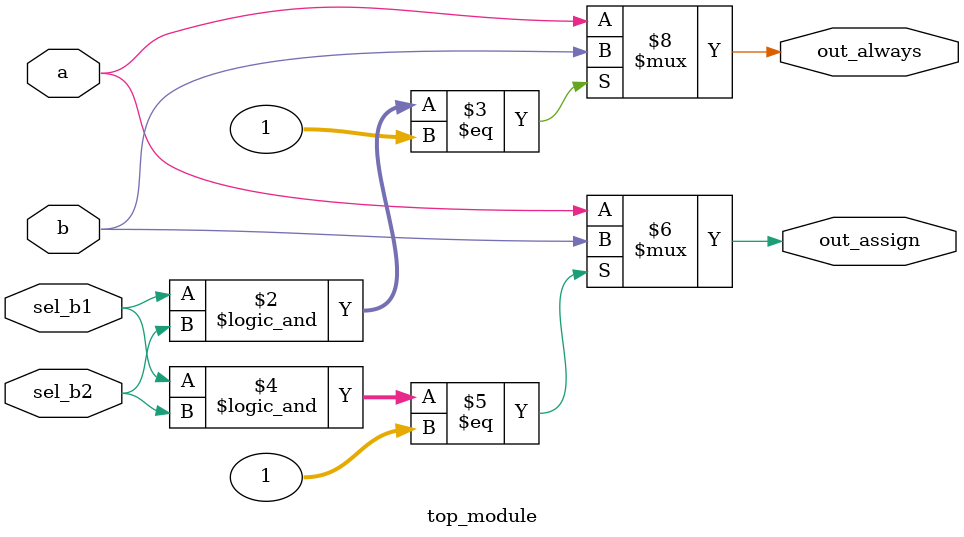
<source format=v>
module top_module(
    input a,
    input b,
    input sel_b1,
    input sel_b2,
    output wire out_assign,
    output reg out_always   ); 
    
    always @(*) begin
        if ((sel_b1 && sel_b2)==1) begin
        out_always = b;
    end
    else begin
        out_always = a;
    end
	end
    
    assign out_assign = ((sel_b1 && sel_b2)==1) ? b : a;
    

endmodule

</source>
